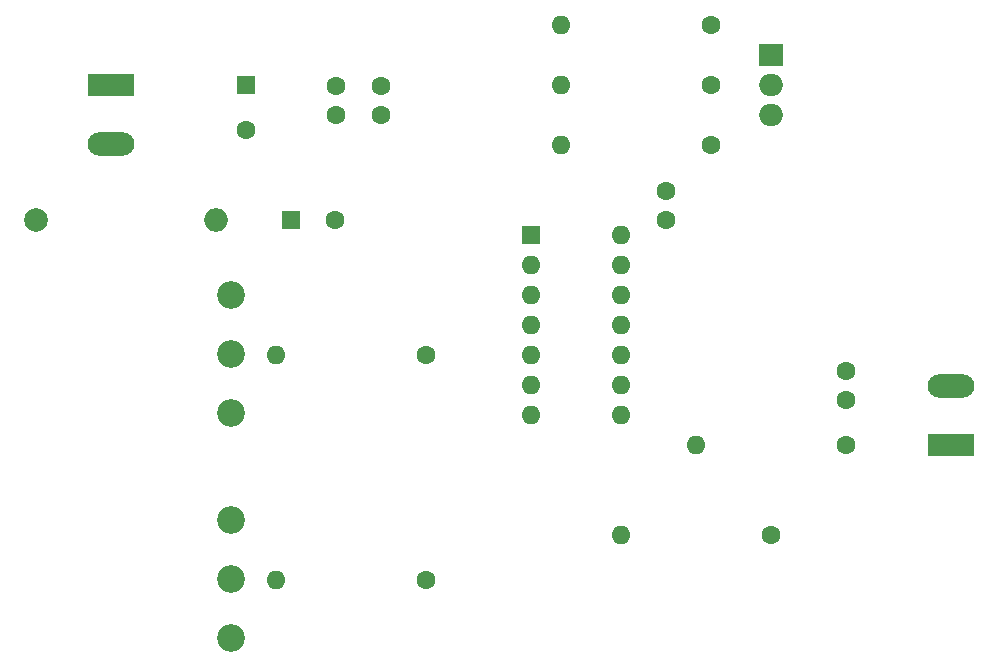
<source format=gbr>
%TF.GenerationSoftware,KiCad,Pcbnew,5.1.8*%
%TF.CreationDate,2021-01-03T19:29:45+03:30*%
%TF.ProjectId,rev-1.3,7265762d-312e-4332-9e6b-696361645f70,rev?*%
%TF.SameCoordinates,Original*%
%TF.FileFunction,Copper,L2,Bot*%
%TF.FilePolarity,Positive*%
%FSLAX46Y46*%
G04 Gerber Fmt 4.6, Leading zero omitted, Abs format (unit mm)*
G04 Created by KiCad (PCBNEW 5.1.8) date 2021-01-03 19:29:45*
%MOMM*%
%LPD*%
G01*
G04 APERTURE LIST*
%TA.AperFunction,ComponentPad*%
%ADD10O,1.600000X1.600000*%
%TD*%
%TA.AperFunction,ComponentPad*%
%ADD11R,1.600000X1.600000*%
%TD*%
%TA.AperFunction,ComponentPad*%
%ADD12C,2.340000*%
%TD*%
%TA.AperFunction,ComponentPad*%
%ADD13C,1.600000*%
%TD*%
%TA.AperFunction,ComponentPad*%
%ADD14O,2.000000X1.905000*%
%TD*%
%TA.AperFunction,ComponentPad*%
%ADD15R,2.000000X1.905000*%
%TD*%
%TA.AperFunction,ComponentPad*%
%ADD16O,2.000000X2.000000*%
%TD*%
%TA.AperFunction,ComponentPad*%
%ADD17C,2.000000*%
%TD*%
%TA.AperFunction,ComponentPad*%
%ADD18O,3.960000X1.980000*%
%TD*%
%TA.AperFunction,ComponentPad*%
%ADD19R,3.960000X1.980000*%
%TD*%
G04 APERTURE END LIST*
D10*
%TO.P,U1,14*%
%TO.N,N/C*%
X135890000Y-40640000D03*
%TO.P,U1,7*%
%TO.N,Net-(R6-Pad2)*%
X128270000Y-55880000D03*
%TO.P,U1,13*%
%TO.N,N/C*%
X135890000Y-43180000D03*
%TO.P,U1,6*%
%TO.N,Net-(R7-Pad2)*%
X128270000Y-53340000D03*
%TO.P,U1,12*%
%TO.N,N/C*%
X135890000Y-45720000D03*
%TO.P,U1,5*%
%TO.N,Net-(R5-Pad1)*%
X128270000Y-50800000D03*
%TO.P,U1,11*%
%TO.N,V_IN-*%
X135890000Y-48260000D03*
%TO.P,U1,4*%
%TO.N,V_IN+*%
X128270000Y-48260000D03*
%TO.P,U1,10*%
%TO.N,N/C*%
X135890000Y-50800000D03*
%TO.P,U1,3*%
%TO.N,Net-(R2-Pad1)*%
X128270000Y-45720000D03*
%TO.P,U1,9*%
%TO.N,N/C*%
X135890000Y-53340000D03*
%TO.P,U1,2*%
%TO.N,Net-(R4-Pad2)*%
X128270000Y-43180000D03*
%TO.P,U1,8*%
%TO.N,N/C*%
X135890000Y-55880000D03*
D11*
%TO.P,U1,1*%
%TO.N,Net-(R3-Pad2)*%
X128270000Y-40640000D03*
%TD*%
D12*
%TO.P,RV2,1*%
%TO.N,Net-(C2-Pad1)*%
X102870000Y-64770000D03*
%TO.P,RV2,2*%
%TO.N,Net-(R5-Pad2)*%
X102870000Y-69770000D03*
%TO.P,RV2,3*%
%TO.N,V_IN-*%
X102870000Y-74770000D03*
%TD*%
%TO.P,RV1,1*%
%TO.N,Net-(C2-Pad1)*%
X102870000Y-45720000D03*
%TO.P,RV1,2*%
%TO.N,Net-(R2-Pad2)*%
X102870000Y-50720000D03*
%TO.P,RV1,3*%
%TO.N,V_IN-*%
X102870000Y-55720000D03*
%TD*%
D10*
%TO.P,R7,2*%
%TO.N,Net-(R7-Pad2)*%
X135890000Y-66040000D03*
D13*
%TO.P,R7,1*%
%TO.N,Out-*%
X148590000Y-66040000D03*
%TD*%
D10*
%TO.P,R6,2*%
%TO.N,Net-(R6-Pad2)*%
X130810000Y-27940000D03*
D13*
%TO.P,R6,1*%
%TO.N,Net-(C6-Pad2)*%
X143510000Y-27940000D03*
%TD*%
D10*
%TO.P,R5,2*%
%TO.N,Net-(R5-Pad2)*%
X106680000Y-69850000D03*
D13*
%TO.P,R5,1*%
%TO.N,Net-(R5-Pad1)*%
X119380000Y-69850000D03*
%TD*%
D10*
%TO.P,R4,2*%
%TO.N,Net-(R4-Pad2)*%
X130810000Y-33020000D03*
D13*
%TO.P,R4,1*%
%TO.N,Out+*%
X143510000Y-33020000D03*
%TD*%
D10*
%TO.P,R3,2*%
%TO.N,Net-(R3-Pad2)*%
X130810000Y-22860000D03*
D13*
%TO.P,R3,1*%
%TO.N,Net-(C6-Pad2)*%
X143510000Y-22860000D03*
%TD*%
D10*
%TO.P,R2,2*%
%TO.N,Net-(R2-Pad2)*%
X106680000Y-50800000D03*
D13*
%TO.P,R2,1*%
%TO.N,Net-(R2-Pad1)*%
X119380000Y-50800000D03*
%TD*%
D10*
%TO.P,R1,2*%
%TO.N,V_IN-*%
X142240000Y-58420000D03*
D13*
%TO.P,R1,1*%
%TO.N,Out-*%
X154940000Y-58420000D03*
%TD*%
D14*
%TO.P,Q1,3*%
%TO.N,Out+*%
X148590000Y-30480000D03*
%TO.P,Q1,2*%
%TO.N,V_IN+*%
X148590000Y-27940000D03*
D15*
%TO.P,Q1,1*%
%TO.N,Net-(C6-Pad2)*%
X148590000Y-25400000D03*
%TD*%
D16*
%TO.P,L2,2*%
%TO.N,Net-(C2-Pad1)*%
X101600000Y-39370000D03*
D17*
%TO.P,L2,1*%
%TO.N,V_IN+*%
X86360000Y-39370000D03*
%TD*%
D18*
%TO.P,J2,2*%
%TO.N,Out+*%
X163830000Y-53420000D03*
D19*
%TO.P,J2,1*%
%TO.N,Out-*%
X163830000Y-58420000D03*
%TD*%
D18*
%TO.P,J1,2*%
%TO.N,V_IN-*%
X92710000Y-32940000D03*
D19*
%TO.P,J1,1*%
%TO.N,V_IN+*%
X92710000Y-27940000D03*
%TD*%
D13*
%TO.P,C7,2*%
%TO.N,V_IN+*%
X111760000Y-27980000D03*
%TO.P,C7,1*%
%TO.N,V_IN-*%
X111760000Y-30480000D03*
%TD*%
%TO.P,C6,2*%
%TO.N,Net-(C6-Pad2)*%
X139700000Y-36870000D03*
%TO.P,C6,1*%
%TO.N,Out-*%
X139700000Y-39370000D03*
%TD*%
%TO.P,C5,2*%
%TO.N,Out+*%
X154940000Y-52110000D03*
%TO.P,C5,1*%
%TO.N,Out-*%
X154940000Y-54610000D03*
%TD*%
%TO.P,C4,2*%
%TO.N,V_IN+*%
X115570000Y-27980000D03*
%TO.P,C4,1*%
%TO.N,V_IN-*%
X115570000Y-30480000D03*
%TD*%
%TO.P,C3,2*%
%TO.N,V_IN-*%
X104140000Y-31740000D03*
D11*
%TO.P,C3,1*%
%TO.N,V_IN+*%
X104140000Y-27940000D03*
%TD*%
D13*
%TO.P,C2,2*%
%TO.N,V_IN-*%
X111750000Y-39370000D03*
D11*
%TO.P,C2,1*%
%TO.N,Net-(C2-Pad1)*%
X107950000Y-39370000D03*
%TD*%
M02*

</source>
